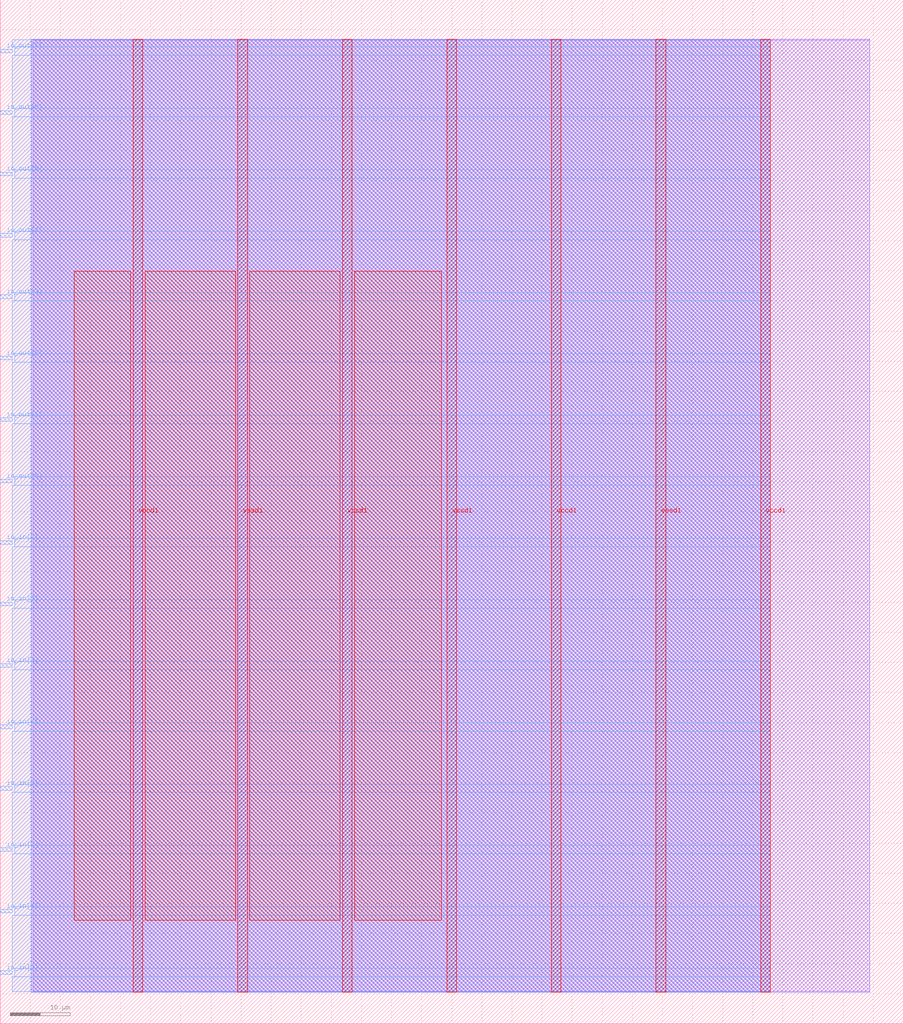
<source format=lef>
VERSION 5.7 ;
  NOWIREEXTENSIONATPIN ON ;
  DIVIDERCHAR "/" ;
  BUSBITCHARS "[]" ;
MACRO moyes0_top_module
  CLASS BLOCK ;
  FOREIGN moyes0_top_module ;
  ORIGIN 0.000 0.000 ;
  SIZE 150.000 BY 170.000 ;
  PIN io_in[0]
    DIRECTION INPUT ;
    USE SIGNAL ;
    PORT
      LAYER met3 ;
        RECT 0.000 8.200 2.000 8.800 ;
    END
  END io_in[0]
  PIN io_in[1]
    DIRECTION INPUT ;
    USE SIGNAL ;
    PORT
      LAYER met3 ;
        RECT 0.000 18.400 2.000 19.000 ;
    END
  END io_in[1]
  PIN io_in[2]
    DIRECTION INPUT ;
    USE SIGNAL ;
    PORT
      LAYER met3 ;
        RECT 0.000 28.600 2.000 29.200 ;
    END
  END io_in[2]
  PIN io_in[3]
    DIRECTION INPUT ;
    USE SIGNAL ;
    PORT
      LAYER met3 ;
        RECT 0.000 38.800 2.000 39.400 ;
    END
  END io_in[3]
  PIN io_in[4]
    DIRECTION INPUT ;
    USE SIGNAL ;
    PORT
      LAYER met3 ;
        RECT 0.000 49.000 2.000 49.600 ;
    END
  END io_in[4]
  PIN io_in[5]
    DIRECTION INPUT ;
    USE SIGNAL ;
    PORT
      LAYER met3 ;
        RECT 0.000 59.200 2.000 59.800 ;
    END
  END io_in[5]
  PIN io_in[6]
    DIRECTION INPUT ;
    USE SIGNAL ;
    PORT
      LAYER met3 ;
        RECT 0.000 69.400 2.000 70.000 ;
    END
  END io_in[6]
  PIN io_in[7]
    DIRECTION INPUT ;
    USE SIGNAL ;
    PORT
      LAYER met3 ;
        RECT 0.000 79.600 2.000 80.200 ;
    END
  END io_in[7]
  PIN io_out[0]
    DIRECTION OUTPUT TRISTATE ;
    USE SIGNAL ;
    PORT
      LAYER met3 ;
        RECT 0.000 89.800 2.000 90.400 ;
    END
  END io_out[0]
  PIN io_out[1]
    DIRECTION OUTPUT TRISTATE ;
    USE SIGNAL ;
    PORT
      LAYER met3 ;
        RECT 0.000 100.000 2.000 100.600 ;
    END
  END io_out[1]
  PIN io_out[2]
    DIRECTION OUTPUT TRISTATE ;
    USE SIGNAL ;
    PORT
      LAYER met3 ;
        RECT 0.000 110.200 2.000 110.800 ;
    END
  END io_out[2]
  PIN io_out[3]
    DIRECTION OUTPUT TRISTATE ;
    USE SIGNAL ;
    PORT
      LAYER met3 ;
        RECT 0.000 120.400 2.000 121.000 ;
    END
  END io_out[3]
  PIN io_out[4]
    DIRECTION OUTPUT TRISTATE ;
    USE SIGNAL ;
    PORT
      LAYER met3 ;
        RECT 0.000 130.600 2.000 131.200 ;
    END
  END io_out[4]
  PIN io_out[5]
    DIRECTION OUTPUT TRISTATE ;
    USE SIGNAL ;
    PORT
      LAYER met3 ;
        RECT 0.000 140.800 2.000 141.400 ;
    END
  END io_out[5]
  PIN io_out[6]
    DIRECTION OUTPUT TRISTATE ;
    USE SIGNAL ;
    PORT
      LAYER met3 ;
        RECT 0.000 151.000 2.000 151.600 ;
    END
  END io_out[6]
  PIN io_out[7]
    DIRECTION OUTPUT TRISTATE ;
    USE SIGNAL ;
    PORT
      LAYER met3 ;
        RECT 0.000 161.200 2.000 161.800 ;
    END
  END io_out[7]
  PIN vccd1
    DIRECTION INOUT ;
    USE POWER ;
    PORT
      LAYER met4 ;
        RECT 22.090 5.200 23.690 163.440 ;
    END
    PORT
      LAYER met4 ;
        RECT 56.830 5.200 58.430 163.440 ;
    END
    PORT
      LAYER met4 ;
        RECT 91.570 5.200 93.170 163.440 ;
    END
    PORT
      LAYER met4 ;
        RECT 126.310 5.200 127.910 163.440 ;
    END
  END vccd1
  PIN vssd1
    DIRECTION INOUT ;
    USE GROUND ;
    PORT
      LAYER met4 ;
        RECT 39.460 5.200 41.060 163.440 ;
    END
    PORT
      LAYER met4 ;
        RECT 74.200 5.200 75.800 163.440 ;
    END
    PORT
      LAYER met4 ;
        RECT 108.940 5.200 110.540 163.440 ;
    END
  END vssd1
  OBS
      LAYER li1 ;
        RECT 5.520 5.355 144.440 163.285 ;
      LAYER met1 ;
        RECT 5.130 5.200 144.440 163.440 ;
      LAYER met2 ;
        RECT 5.150 5.255 127.880 163.385 ;
      LAYER met3 ;
        RECT 2.000 162.200 127.900 163.365 ;
        RECT 2.400 160.800 127.900 162.200 ;
        RECT 2.000 152.000 127.900 160.800 ;
        RECT 2.400 150.600 127.900 152.000 ;
        RECT 2.000 141.800 127.900 150.600 ;
        RECT 2.400 140.400 127.900 141.800 ;
        RECT 2.000 131.600 127.900 140.400 ;
        RECT 2.400 130.200 127.900 131.600 ;
        RECT 2.000 121.400 127.900 130.200 ;
        RECT 2.400 120.000 127.900 121.400 ;
        RECT 2.000 111.200 127.900 120.000 ;
        RECT 2.400 109.800 127.900 111.200 ;
        RECT 2.000 101.000 127.900 109.800 ;
        RECT 2.400 99.600 127.900 101.000 ;
        RECT 2.000 90.800 127.900 99.600 ;
        RECT 2.400 89.400 127.900 90.800 ;
        RECT 2.000 80.600 127.900 89.400 ;
        RECT 2.400 79.200 127.900 80.600 ;
        RECT 2.000 70.400 127.900 79.200 ;
        RECT 2.400 69.000 127.900 70.400 ;
        RECT 2.000 60.200 127.900 69.000 ;
        RECT 2.400 58.800 127.900 60.200 ;
        RECT 2.000 50.000 127.900 58.800 ;
        RECT 2.400 48.600 127.900 50.000 ;
        RECT 2.000 39.800 127.900 48.600 ;
        RECT 2.400 38.400 127.900 39.800 ;
        RECT 2.000 29.600 127.900 38.400 ;
        RECT 2.400 28.200 127.900 29.600 ;
        RECT 2.000 19.400 127.900 28.200 ;
        RECT 2.400 18.000 127.900 19.400 ;
        RECT 2.000 9.200 127.900 18.000 ;
        RECT 2.400 7.800 127.900 9.200 ;
        RECT 2.000 5.275 127.900 7.800 ;
      LAYER met4 ;
        RECT 12.255 17.175 21.690 124.945 ;
        RECT 24.090 17.175 39.060 124.945 ;
        RECT 41.460 17.175 56.430 124.945 ;
        RECT 58.830 17.175 73.305 124.945 ;
  END
END moyes0_top_module
END LIBRARY


</source>
